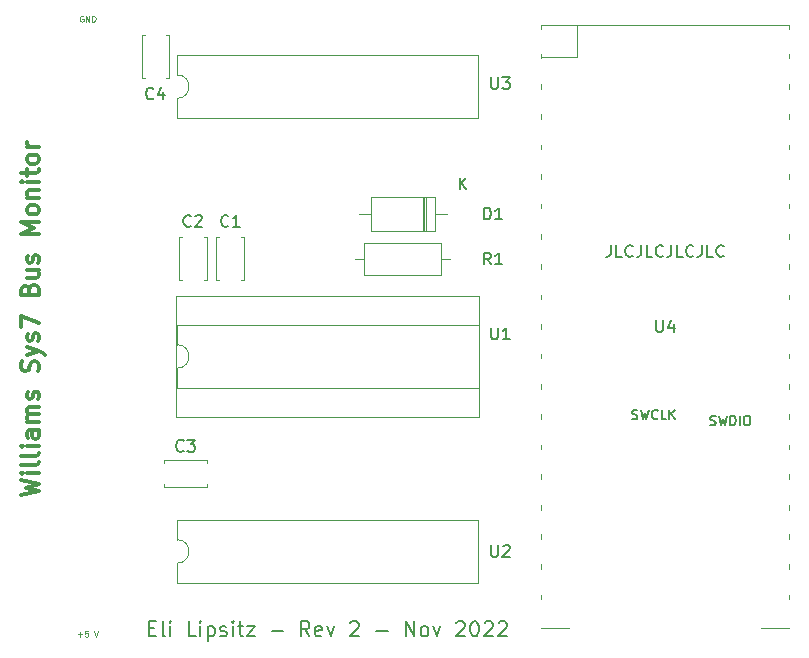
<source format=gto>
%TF.GenerationSoftware,KiCad,Pcbnew,(6.0.8-1)-1*%
%TF.CreationDate,2022-11-03T22:23:08+08:00*%
%TF.ProjectId,PCB,5043422e-6b69-4636-9164-5f7063625858,rev?*%
%TF.SameCoordinates,Original*%
%TF.FileFunction,Legend,Top*%
%TF.FilePolarity,Positive*%
%FSLAX46Y46*%
G04 Gerber Fmt 4.6, Leading zero omitted, Abs format (unit mm)*
G04 Created by KiCad (PCBNEW (6.0.8-1)-1) date 2022-11-03 22:23:08*
%MOMM*%
%LPD*%
G01*
G04 APERTURE LIST*
%ADD10C,0.150000*%
%ADD11C,0.100000*%
%ADD12C,0.200000*%
%ADD13C,0.300000*%
%ADD14C,0.120000*%
%ADD15R,2.200000X2.200000*%
%ADD16O,2.200000X2.200000*%
%ADD17O,1.500000X1.500000*%
%ADD18O,1.800000X1.800000*%
%ADD19R,3.500000X1.700000*%
%ADD20O,1.700000X1.700000*%
%ADD21R,1.700000X1.700000*%
%ADD22R,1.600000X1.600000*%
%ADD23O,1.600000X1.600000*%
%ADD24C,1.600000*%
G04 APERTURE END LIST*
D10*
X96345952Y-85812380D02*
X96345952Y-86526666D01*
X96298333Y-86669523D01*
X96203095Y-86764761D01*
X96060238Y-86812380D01*
X95965000Y-86812380D01*
X97298333Y-86812380D02*
X96822142Y-86812380D01*
X96822142Y-85812380D01*
X98203095Y-86717142D02*
X98155476Y-86764761D01*
X98012619Y-86812380D01*
X97917380Y-86812380D01*
X97774523Y-86764761D01*
X97679285Y-86669523D01*
X97631666Y-86574285D01*
X97584047Y-86383809D01*
X97584047Y-86240952D01*
X97631666Y-86050476D01*
X97679285Y-85955238D01*
X97774523Y-85860000D01*
X97917380Y-85812380D01*
X98012619Y-85812380D01*
X98155476Y-85860000D01*
X98203095Y-85907619D01*
X98917380Y-85812380D02*
X98917380Y-86526666D01*
X98869761Y-86669523D01*
X98774523Y-86764761D01*
X98631666Y-86812380D01*
X98536428Y-86812380D01*
X99869761Y-86812380D02*
X99393571Y-86812380D01*
X99393571Y-85812380D01*
X100774523Y-86717142D02*
X100726904Y-86764761D01*
X100584047Y-86812380D01*
X100488809Y-86812380D01*
X100345952Y-86764761D01*
X100250714Y-86669523D01*
X100203095Y-86574285D01*
X100155476Y-86383809D01*
X100155476Y-86240952D01*
X100203095Y-86050476D01*
X100250714Y-85955238D01*
X100345952Y-85860000D01*
X100488809Y-85812380D01*
X100584047Y-85812380D01*
X100726904Y-85860000D01*
X100774523Y-85907619D01*
X101488809Y-85812380D02*
X101488809Y-86526666D01*
X101441190Y-86669523D01*
X101345952Y-86764761D01*
X101203095Y-86812380D01*
X101107857Y-86812380D01*
X102441190Y-86812380D02*
X101965000Y-86812380D01*
X101965000Y-85812380D01*
X103345952Y-86717142D02*
X103298333Y-86764761D01*
X103155476Y-86812380D01*
X103060238Y-86812380D01*
X102917380Y-86764761D01*
X102822142Y-86669523D01*
X102774523Y-86574285D01*
X102726904Y-86383809D01*
X102726904Y-86240952D01*
X102774523Y-86050476D01*
X102822142Y-85955238D01*
X102917380Y-85860000D01*
X103060238Y-85812380D01*
X103155476Y-85812380D01*
X103298333Y-85860000D01*
X103345952Y-85907619D01*
X104060238Y-85812380D02*
X104060238Y-86526666D01*
X104012619Y-86669523D01*
X103917380Y-86764761D01*
X103774523Y-86812380D01*
X103679285Y-86812380D01*
X105012619Y-86812380D02*
X104536428Y-86812380D01*
X104536428Y-85812380D01*
X105917380Y-86717142D02*
X105869761Y-86764761D01*
X105726904Y-86812380D01*
X105631666Y-86812380D01*
X105488809Y-86764761D01*
X105393571Y-86669523D01*
X105345952Y-86574285D01*
X105298333Y-86383809D01*
X105298333Y-86240952D01*
X105345952Y-86050476D01*
X105393571Y-85955238D01*
X105488809Y-85860000D01*
X105631666Y-85812380D01*
X105726904Y-85812380D01*
X105869761Y-85860000D01*
X105917380Y-85907619D01*
D11*
X51689047Y-66425000D02*
X51641428Y-66401190D01*
X51570000Y-66401190D01*
X51498571Y-66425000D01*
X51450952Y-66472619D01*
X51427142Y-66520238D01*
X51403333Y-66615476D01*
X51403333Y-66686904D01*
X51427142Y-66782142D01*
X51450952Y-66829761D01*
X51498571Y-66877380D01*
X51570000Y-66901190D01*
X51617619Y-66901190D01*
X51689047Y-66877380D01*
X51712857Y-66853571D01*
X51712857Y-66686904D01*
X51617619Y-66686904D01*
X51927142Y-66901190D02*
X51927142Y-66401190D01*
X52212857Y-66901190D01*
X52212857Y-66401190D01*
X52450952Y-66901190D02*
X52450952Y-66401190D01*
X52570000Y-66401190D01*
X52641428Y-66425000D01*
X52689047Y-66472619D01*
X52712857Y-66520238D01*
X52736666Y-66615476D01*
X52736666Y-66686904D01*
X52712857Y-66782142D01*
X52689047Y-66829761D01*
X52641428Y-66877380D01*
X52570000Y-66901190D01*
X52450952Y-66901190D01*
X51236666Y-118780714D02*
X51617619Y-118780714D01*
X51427142Y-118971190D02*
X51427142Y-118590238D01*
X52093809Y-118471190D02*
X51855714Y-118471190D01*
X51831904Y-118709285D01*
X51855714Y-118685476D01*
X51903333Y-118661666D01*
X52022380Y-118661666D01*
X52070000Y-118685476D01*
X52093809Y-118709285D01*
X52117619Y-118756904D01*
X52117619Y-118875952D01*
X52093809Y-118923571D01*
X52070000Y-118947380D01*
X52022380Y-118971190D01*
X51903333Y-118971190D01*
X51855714Y-118947380D01*
X51831904Y-118923571D01*
X52641428Y-118471190D02*
X52808095Y-118971190D01*
X52974761Y-118471190D01*
D12*
X57270952Y-118274714D02*
X57687619Y-118274714D01*
X57866190Y-118929476D02*
X57270952Y-118929476D01*
X57270952Y-117679476D01*
X57866190Y-117679476D01*
X58580476Y-118929476D02*
X58461428Y-118869952D01*
X58401904Y-118750904D01*
X58401904Y-117679476D01*
X59056666Y-118929476D02*
X59056666Y-118096142D01*
X59056666Y-117679476D02*
X58997142Y-117739000D01*
X59056666Y-117798523D01*
X59116190Y-117739000D01*
X59056666Y-117679476D01*
X59056666Y-117798523D01*
X61199523Y-118929476D02*
X60604285Y-118929476D01*
X60604285Y-117679476D01*
X61616190Y-118929476D02*
X61616190Y-118096142D01*
X61616190Y-117679476D02*
X61556666Y-117739000D01*
X61616190Y-117798523D01*
X61675714Y-117739000D01*
X61616190Y-117679476D01*
X61616190Y-117798523D01*
X62211428Y-118096142D02*
X62211428Y-119346142D01*
X62211428Y-118155666D02*
X62330476Y-118096142D01*
X62568571Y-118096142D01*
X62687619Y-118155666D01*
X62747142Y-118215190D01*
X62806666Y-118334238D01*
X62806666Y-118691380D01*
X62747142Y-118810428D01*
X62687619Y-118869952D01*
X62568571Y-118929476D01*
X62330476Y-118929476D01*
X62211428Y-118869952D01*
X63282857Y-118869952D02*
X63401904Y-118929476D01*
X63639999Y-118929476D01*
X63759047Y-118869952D01*
X63818571Y-118750904D01*
X63818571Y-118691380D01*
X63759047Y-118572333D01*
X63639999Y-118512809D01*
X63461428Y-118512809D01*
X63342380Y-118453285D01*
X63282857Y-118334238D01*
X63282857Y-118274714D01*
X63342380Y-118155666D01*
X63461428Y-118096142D01*
X63639999Y-118096142D01*
X63759047Y-118155666D01*
X64354285Y-118929476D02*
X64354285Y-118096142D01*
X64354285Y-117679476D02*
X64294761Y-117739000D01*
X64354285Y-117798523D01*
X64413809Y-117739000D01*
X64354285Y-117679476D01*
X64354285Y-117798523D01*
X64770952Y-118096142D02*
X65247142Y-118096142D01*
X64949523Y-117679476D02*
X64949523Y-118750904D01*
X65009047Y-118869952D01*
X65128095Y-118929476D01*
X65247142Y-118929476D01*
X65544761Y-118096142D02*
X66199523Y-118096142D01*
X65544761Y-118929476D01*
X66199523Y-118929476D01*
X67628095Y-118453285D02*
X68580476Y-118453285D01*
X70842380Y-118929476D02*
X70425714Y-118334238D01*
X70128095Y-118929476D02*
X70128095Y-117679476D01*
X70604285Y-117679476D01*
X70723333Y-117739000D01*
X70782857Y-117798523D01*
X70842380Y-117917571D01*
X70842380Y-118096142D01*
X70782857Y-118215190D01*
X70723333Y-118274714D01*
X70604285Y-118334238D01*
X70128095Y-118334238D01*
X71854285Y-118869952D02*
X71735238Y-118929476D01*
X71497142Y-118929476D01*
X71378095Y-118869952D01*
X71318571Y-118750904D01*
X71318571Y-118274714D01*
X71378095Y-118155666D01*
X71497142Y-118096142D01*
X71735238Y-118096142D01*
X71854285Y-118155666D01*
X71913809Y-118274714D01*
X71913809Y-118393761D01*
X71318571Y-118512809D01*
X72330476Y-118096142D02*
X72628095Y-118929476D01*
X72925714Y-118096142D01*
X74294761Y-117798523D02*
X74354285Y-117739000D01*
X74473333Y-117679476D01*
X74770952Y-117679476D01*
X74889999Y-117739000D01*
X74949523Y-117798523D01*
X75009047Y-117917571D01*
X75009047Y-118036619D01*
X74949523Y-118215190D01*
X74235238Y-118929476D01*
X75009047Y-118929476D01*
X76497142Y-118453285D02*
X77449523Y-118453285D01*
X78997142Y-118929476D02*
X78997142Y-117679476D01*
X79711428Y-118929476D01*
X79711428Y-117679476D01*
X80485238Y-118929476D02*
X80366190Y-118869952D01*
X80306666Y-118810428D01*
X80247142Y-118691380D01*
X80247142Y-118334238D01*
X80306666Y-118215190D01*
X80366190Y-118155666D01*
X80485238Y-118096142D01*
X80663809Y-118096142D01*
X80782857Y-118155666D01*
X80842380Y-118215190D01*
X80901904Y-118334238D01*
X80901904Y-118691380D01*
X80842380Y-118810428D01*
X80782857Y-118869952D01*
X80663809Y-118929476D01*
X80485238Y-118929476D01*
X81318571Y-118096142D02*
X81616190Y-118929476D01*
X81913809Y-118096142D01*
X83282857Y-117798523D02*
X83342380Y-117739000D01*
X83461428Y-117679476D01*
X83759047Y-117679476D01*
X83878095Y-117739000D01*
X83937619Y-117798523D01*
X83997142Y-117917571D01*
X83997142Y-118036619D01*
X83937619Y-118215190D01*
X83223333Y-118929476D01*
X83997142Y-118929476D01*
X84770952Y-117679476D02*
X84889999Y-117679476D01*
X85009047Y-117739000D01*
X85068571Y-117798523D01*
X85128095Y-117917571D01*
X85187619Y-118155666D01*
X85187619Y-118453285D01*
X85128095Y-118691380D01*
X85068571Y-118810428D01*
X85009047Y-118869952D01*
X84889999Y-118929476D01*
X84770952Y-118929476D01*
X84651904Y-118869952D01*
X84592380Y-118810428D01*
X84532857Y-118691380D01*
X84473333Y-118453285D01*
X84473333Y-118155666D01*
X84532857Y-117917571D01*
X84592380Y-117798523D01*
X84651904Y-117739000D01*
X84770952Y-117679476D01*
X85663809Y-117798523D02*
X85723333Y-117739000D01*
X85842380Y-117679476D01*
X86139999Y-117679476D01*
X86259047Y-117739000D01*
X86318571Y-117798523D01*
X86378095Y-117917571D01*
X86378095Y-118036619D01*
X86318571Y-118215190D01*
X85604285Y-118929476D01*
X86378095Y-118929476D01*
X86854285Y-117798523D02*
X86913809Y-117739000D01*
X87032857Y-117679476D01*
X87330476Y-117679476D01*
X87449523Y-117739000D01*
X87509047Y-117798523D01*
X87568571Y-117917571D01*
X87568571Y-118036619D01*
X87509047Y-118215190D01*
X86794761Y-118929476D01*
X87568571Y-118929476D01*
D13*
X46422571Y-107003571D02*
X47922571Y-106646428D01*
X46851142Y-106360714D01*
X47922571Y-106075000D01*
X46422571Y-105717857D01*
X47922571Y-105146428D02*
X46922571Y-105146428D01*
X46422571Y-105146428D02*
X46494000Y-105217857D01*
X46565428Y-105146428D01*
X46494000Y-105075000D01*
X46422571Y-105146428D01*
X46565428Y-105146428D01*
X47922571Y-104217857D02*
X47851142Y-104360714D01*
X47708285Y-104432142D01*
X46422571Y-104432142D01*
X47922571Y-103432142D02*
X47851142Y-103575000D01*
X47708285Y-103646428D01*
X46422571Y-103646428D01*
X47922571Y-102860714D02*
X46922571Y-102860714D01*
X46422571Y-102860714D02*
X46494000Y-102932142D01*
X46565428Y-102860714D01*
X46494000Y-102789285D01*
X46422571Y-102860714D01*
X46565428Y-102860714D01*
X47922571Y-101503571D02*
X47136857Y-101503571D01*
X46994000Y-101575000D01*
X46922571Y-101717857D01*
X46922571Y-102003571D01*
X46994000Y-102146428D01*
X47851142Y-101503571D02*
X47922571Y-101646428D01*
X47922571Y-102003571D01*
X47851142Y-102146428D01*
X47708285Y-102217857D01*
X47565428Y-102217857D01*
X47422571Y-102146428D01*
X47351142Y-102003571D01*
X47351142Y-101646428D01*
X47279714Y-101503571D01*
X47922571Y-100789285D02*
X46922571Y-100789285D01*
X47065428Y-100789285D02*
X46994000Y-100717857D01*
X46922571Y-100575000D01*
X46922571Y-100360714D01*
X46994000Y-100217857D01*
X47136857Y-100146428D01*
X47922571Y-100146428D01*
X47136857Y-100146428D02*
X46994000Y-100075000D01*
X46922571Y-99932142D01*
X46922571Y-99717857D01*
X46994000Y-99575000D01*
X47136857Y-99503571D01*
X47922571Y-99503571D01*
X47851142Y-98860714D02*
X47922571Y-98717857D01*
X47922571Y-98432142D01*
X47851142Y-98289285D01*
X47708285Y-98217857D01*
X47636857Y-98217857D01*
X47494000Y-98289285D01*
X47422571Y-98432142D01*
X47422571Y-98646428D01*
X47351142Y-98789285D01*
X47208285Y-98860714D01*
X47136857Y-98860714D01*
X46994000Y-98789285D01*
X46922571Y-98646428D01*
X46922571Y-98432142D01*
X46994000Y-98289285D01*
X47851142Y-96503571D02*
X47922571Y-96289285D01*
X47922571Y-95932142D01*
X47851142Y-95789285D01*
X47779714Y-95717857D01*
X47636857Y-95646428D01*
X47494000Y-95646428D01*
X47351142Y-95717857D01*
X47279714Y-95789285D01*
X47208285Y-95932142D01*
X47136857Y-96217857D01*
X47065428Y-96360714D01*
X46994000Y-96432142D01*
X46851142Y-96503571D01*
X46708285Y-96503571D01*
X46565428Y-96432142D01*
X46494000Y-96360714D01*
X46422571Y-96217857D01*
X46422571Y-95860714D01*
X46494000Y-95646428D01*
X46922571Y-95146428D02*
X47922571Y-94789285D01*
X46922571Y-94432142D02*
X47922571Y-94789285D01*
X48279714Y-94932142D01*
X48351142Y-95003571D01*
X48422571Y-95146428D01*
X47851142Y-93932142D02*
X47922571Y-93789285D01*
X47922571Y-93503571D01*
X47851142Y-93360714D01*
X47708285Y-93289285D01*
X47636857Y-93289285D01*
X47494000Y-93360714D01*
X47422571Y-93503571D01*
X47422571Y-93717857D01*
X47351142Y-93860714D01*
X47208285Y-93932142D01*
X47136857Y-93932142D01*
X46994000Y-93860714D01*
X46922571Y-93717857D01*
X46922571Y-93503571D01*
X46994000Y-93360714D01*
X46422571Y-92789285D02*
X46422571Y-91789285D01*
X47922571Y-92432142D01*
X47136857Y-89575000D02*
X47208285Y-89360714D01*
X47279714Y-89289285D01*
X47422571Y-89217857D01*
X47636857Y-89217857D01*
X47779714Y-89289285D01*
X47851142Y-89360714D01*
X47922571Y-89503571D01*
X47922571Y-90075000D01*
X46422571Y-90075000D01*
X46422571Y-89575000D01*
X46494000Y-89432142D01*
X46565428Y-89360714D01*
X46708285Y-89289285D01*
X46851142Y-89289285D01*
X46994000Y-89360714D01*
X47065428Y-89432142D01*
X47136857Y-89575000D01*
X47136857Y-90075000D01*
X46922571Y-87932142D02*
X47922571Y-87932142D01*
X46922571Y-88575000D02*
X47708285Y-88575000D01*
X47851142Y-88503571D01*
X47922571Y-88360714D01*
X47922571Y-88146428D01*
X47851142Y-88003571D01*
X47779714Y-87932142D01*
X47851142Y-87289285D02*
X47922571Y-87146428D01*
X47922571Y-86860714D01*
X47851142Y-86717857D01*
X47708285Y-86646428D01*
X47636857Y-86646428D01*
X47494000Y-86717857D01*
X47422571Y-86860714D01*
X47422571Y-87075000D01*
X47351142Y-87217857D01*
X47208285Y-87289285D01*
X47136857Y-87289285D01*
X46994000Y-87217857D01*
X46922571Y-87075000D01*
X46922571Y-86860714D01*
X46994000Y-86717857D01*
X47922571Y-84860714D02*
X46422571Y-84860714D01*
X47494000Y-84360714D01*
X46422571Y-83860714D01*
X47922571Y-83860714D01*
X47922571Y-82932142D02*
X47851142Y-83075000D01*
X47779714Y-83146428D01*
X47636857Y-83217857D01*
X47208285Y-83217857D01*
X47065428Y-83146428D01*
X46994000Y-83075000D01*
X46922571Y-82932142D01*
X46922571Y-82717857D01*
X46994000Y-82575000D01*
X47065428Y-82503571D01*
X47208285Y-82432142D01*
X47636857Y-82432142D01*
X47779714Y-82503571D01*
X47851142Y-82575000D01*
X47922571Y-82717857D01*
X47922571Y-82932142D01*
X46922571Y-81789285D02*
X47922571Y-81789285D01*
X47065428Y-81789285D02*
X46994000Y-81717857D01*
X46922571Y-81575000D01*
X46922571Y-81360714D01*
X46994000Y-81217857D01*
X47136857Y-81146428D01*
X47922571Y-81146428D01*
X47922571Y-80432142D02*
X46922571Y-80432142D01*
X46422571Y-80432142D02*
X46494000Y-80503571D01*
X46565428Y-80432142D01*
X46494000Y-80360714D01*
X46422571Y-80432142D01*
X46565428Y-80432142D01*
X46922571Y-79932142D02*
X46922571Y-79360714D01*
X46422571Y-79717857D02*
X47708285Y-79717857D01*
X47851142Y-79646428D01*
X47922571Y-79503571D01*
X47922571Y-79360714D01*
X47922571Y-78646428D02*
X47851142Y-78789285D01*
X47779714Y-78860714D01*
X47636857Y-78932142D01*
X47208285Y-78932142D01*
X47065428Y-78860714D01*
X46994000Y-78789285D01*
X46922571Y-78646428D01*
X46922571Y-78432142D01*
X46994000Y-78289285D01*
X47065428Y-78217857D01*
X47208285Y-78146428D01*
X47636857Y-78146428D01*
X47779714Y-78217857D01*
X47851142Y-78289285D01*
X47922571Y-78432142D01*
X47922571Y-78646428D01*
X47922571Y-77503571D02*
X46922571Y-77503571D01*
X47208285Y-77503571D02*
X47065428Y-77432142D01*
X46994000Y-77360714D01*
X46922571Y-77217857D01*
X46922571Y-77075000D01*
D10*
X85621904Y-83637380D02*
X85621904Y-82637380D01*
X85860000Y-82637380D01*
X86002857Y-82685000D01*
X86098095Y-82780238D01*
X86145714Y-82875476D01*
X86193333Y-83065952D01*
X86193333Y-83208809D01*
X86145714Y-83399285D01*
X86098095Y-83494523D01*
X86002857Y-83589761D01*
X85860000Y-83637380D01*
X85621904Y-83637380D01*
X87145714Y-83637380D02*
X86574285Y-83637380D01*
X86860000Y-83637380D02*
X86860000Y-82637380D01*
X86764761Y-82780238D01*
X86669523Y-82875476D01*
X86574285Y-82923095D01*
X83558095Y-81097380D02*
X83558095Y-80097380D01*
X84129523Y-81097380D02*
X83700952Y-80525952D01*
X84129523Y-80097380D02*
X83558095Y-80668809D01*
X100203095Y-92162380D02*
X100203095Y-92971904D01*
X100250714Y-93067142D01*
X100298333Y-93114761D01*
X100393571Y-93162380D01*
X100584047Y-93162380D01*
X100679285Y-93114761D01*
X100726904Y-93067142D01*
X100774523Y-92971904D01*
X100774523Y-92162380D01*
X101679285Y-92495714D02*
X101679285Y-93162380D01*
X101441190Y-92114761D02*
X101203095Y-92829047D01*
X101822142Y-92829047D01*
X98155476Y-100533809D02*
X98269761Y-100571904D01*
X98460238Y-100571904D01*
X98536428Y-100533809D01*
X98574523Y-100495714D01*
X98612619Y-100419523D01*
X98612619Y-100343333D01*
X98574523Y-100267142D01*
X98536428Y-100229047D01*
X98460238Y-100190952D01*
X98307857Y-100152857D01*
X98231666Y-100114761D01*
X98193571Y-100076666D01*
X98155476Y-100000476D01*
X98155476Y-99924285D01*
X98193571Y-99848095D01*
X98231666Y-99810000D01*
X98307857Y-99771904D01*
X98498333Y-99771904D01*
X98612619Y-99810000D01*
X98879285Y-99771904D02*
X99069761Y-100571904D01*
X99222142Y-100000476D01*
X99374523Y-100571904D01*
X99565000Y-99771904D01*
X100326904Y-100495714D02*
X100288809Y-100533809D01*
X100174523Y-100571904D01*
X100098333Y-100571904D01*
X99984047Y-100533809D01*
X99907857Y-100457619D01*
X99869761Y-100381428D01*
X99831666Y-100229047D01*
X99831666Y-100114761D01*
X99869761Y-99962380D01*
X99907857Y-99886190D01*
X99984047Y-99810000D01*
X100098333Y-99771904D01*
X100174523Y-99771904D01*
X100288809Y-99810000D01*
X100326904Y-99848095D01*
X101050714Y-100571904D02*
X100669761Y-100571904D01*
X100669761Y-99771904D01*
X101317380Y-100571904D02*
X101317380Y-99771904D01*
X101774523Y-100571904D02*
X101431666Y-100114761D01*
X101774523Y-99771904D02*
X101317380Y-100229047D01*
X104769761Y-101033809D02*
X104884047Y-101071904D01*
X105074523Y-101071904D01*
X105150714Y-101033809D01*
X105188809Y-100995714D01*
X105226904Y-100919523D01*
X105226904Y-100843333D01*
X105188809Y-100767142D01*
X105150714Y-100729047D01*
X105074523Y-100690952D01*
X104922142Y-100652857D01*
X104845952Y-100614761D01*
X104807857Y-100576666D01*
X104769761Y-100500476D01*
X104769761Y-100424285D01*
X104807857Y-100348095D01*
X104845952Y-100310000D01*
X104922142Y-100271904D01*
X105112619Y-100271904D01*
X105226904Y-100310000D01*
X105493571Y-100271904D02*
X105684047Y-101071904D01*
X105836428Y-100500476D01*
X105988809Y-101071904D01*
X106179285Y-100271904D01*
X106484047Y-101071904D02*
X106484047Y-100271904D01*
X106674523Y-100271904D01*
X106788809Y-100310000D01*
X106865000Y-100386190D01*
X106903095Y-100462380D01*
X106941190Y-100614761D01*
X106941190Y-100729047D01*
X106903095Y-100881428D01*
X106865000Y-100957619D01*
X106788809Y-101033809D01*
X106674523Y-101071904D01*
X106484047Y-101071904D01*
X107284047Y-101071904D02*
X107284047Y-100271904D01*
X107817380Y-100271904D02*
X107969761Y-100271904D01*
X108045952Y-100310000D01*
X108122142Y-100386190D01*
X108160238Y-100538571D01*
X108160238Y-100805238D01*
X108122142Y-100957619D01*
X108045952Y-101033809D01*
X107969761Y-101071904D01*
X107817380Y-101071904D01*
X107741190Y-101033809D01*
X107665000Y-100957619D01*
X107626904Y-100805238D01*
X107626904Y-100538571D01*
X107665000Y-100386190D01*
X107741190Y-100310000D01*
X107817380Y-100271904D01*
X86233095Y-111202380D02*
X86233095Y-112011904D01*
X86280714Y-112107142D01*
X86328333Y-112154761D01*
X86423571Y-112202380D01*
X86614047Y-112202380D01*
X86709285Y-112154761D01*
X86756904Y-112107142D01*
X86804523Y-112011904D01*
X86804523Y-111202380D01*
X87233095Y-111297619D02*
X87280714Y-111250000D01*
X87375952Y-111202380D01*
X87614047Y-111202380D01*
X87709285Y-111250000D01*
X87756904Y-111297619D01*
X87804523Y-111392857D01*
X87804523Y-111488095D01*
X87756904Y-111630952D01*
X87185476Y-112202380D01*
X87804523Y-112202380D01*
X86233095Y-71588380D02*
X86233095Y-72397904D01*
X86280714Y-72493142D01*
X86328333Y-72540761D01*
X86423571Y-72588380D01*
X86614047Y-72588380D01*
X86709285Y-72540761D01*
X86756904Y-72493142D01*
X86804523Y-72397904D01*
X86804523Y-71588380D01*
X87185476Y-71588380D02*
X87804523Y-71588380D01*
X87471190Y-71969333D01*
X87614047Y-71969333D01*
X87709285Y-72016952D01*
X87756904Y-72064571D01*
X87804523Y-72159809D01*
X87804523Y-72397904D01*
X87756904Y-72493142D01*
X87709285Y-72540761D01*
X87614047Y-72588380D01*
X87328333Y-72588380D01*
X87233095Y-72540761D01*
X87185476Y-72493142D01*
X57618333Y-73382142D02*
X57570714Y-73429761D01*
X57427857Y-73477380D01*
X57332619Y-73477380D01*
X57189761Y-73429761D01*
X57094523Y-73334523D01*
X57046904Y-73239285D01*
X56999285Y-73048809D01*
X56999285Y-72905952D01*
X57046904Y-72715476D01*
X57094523Y-72620238D01*
X57189761Y-72525000D01*
X57332619Y-72477380D01*
X57427857Y-72477380D01*
X57570714Y-72525000D01*
X57618333Y-72572619D01*
X58475476Y-72810714D02*
X58475476Y-73477380D01*
X58237380Y-72429761D02*
X57999285Y-73144047D01*
X58618333Y-73144047D01*
X60793333Y-84177142D02*
X60745714Y-84224761D01*
X60602857Y-84272380D01*
X60507619Y-84272380D01*
X60364761Y-84224761D01*
X60269523Y-84129523D01*
X60221904Y-84034285D01*
X60174285Y-83843809D01*
X60174285Y-83700952D01*
X60221904Y-83510476D01*
X60269523Y-83415238D01*
X60364761Y-83320000D01*
X60507619Y-83272380D01*
X60602857Y-83272380D01*
X60745714Y-83320000D01*
X60793333Y-83367619D01*
X61174285Y-83367619D02*
X61221904Y-83320000D01*
X61317142Y-83272380D01*
X61555238Y-83272380D01*
X61650476Y-83320000D01*
X61698095Y-83367619D01*
X61745714Y-83462857D01*
X61745714Y-83558095D01*
X61698095Y-83700952D01*
X61126666Y-84272380D01*
X61745714Y-84272380D01*
X60178333Y-103213142D02*
X60130714Y-103260761D01*
X59987857Y-103308380D01*
X59892619Y-103308380D01*
X59749761Y-103260761D01*
X59654523Y-103165523D01*
X59606904Y-103070285D01*
X59559285Y-102879809D01*
X59559285Y-102736952D01*
X59606904Y-102546476D01*
X59654523Y-102451238D01*
X59749761Y-102356000D01*
X59892619Y-102308380D01*
X59987857Y-102308380D01*
X60130714Y-102356000D01*
X60178333Y-102403619D01*
X60511666Y-102308380D02*
X61130714Y-102308380D01*
X60797380Y-102689333D01*
X60940238Y-102689333D01*
X61035476Y-102736952D01*
X61083095Y-102784571D01*
X61130714Y-102879809D01*
X61130714Y-103117904D01*
X61083095Y-103213142D01*
X61035476Y-103260761D01*
X60940238Y-103308380D01*
X60654523Y-103308380D01*
X60559285Y-103260761D01*
X60511666Y-103213142D01*
X86193333Y-87447380D02*
X85860000Y-86971190D01*
X85621904Y-87447380D02*
X85621904Y-86447380D01*
X86002857Y-86447380D01*
X86098095Y-86495000D01*
X86145714Y-86542619D01*
X86193333Y-86637857D01*
X86193333Y-86780714D01*
X86145714Y-86875952D01*
X86098095Y-86923571D01*
X86002857Y-86971190D01*
X85621904Y-86971190D01*
X87145714Y-87447380D02*
X86574285Y-87447380D01*
X86860000Y-87447380D02*
X86860000Y-86447380D01*
X86764761Y-86590238D01*
X86669523Y-86685476D01*
X86574285Y-86733095D01*
X86233095Y-92797380D02*
X86233095Y-93606904D01*
X86280714Y-93702142D01*
X86328333Y-93749761D01*
X86423571Y-93797380D01*
X86614047Y-93797380D01*
X86709285Y-93749761D01*
X86756904Y-93702142D01*
X86804523Y-93606904D01*
X86804523Y-92797380D01*
X87804523Y-93797380D02*
X87233095Y-93797380D01*
X87518809Y-93797380D02*
X87518809Y-92797380D01*
X87423571Y-92940238D01*
X87328333Y-93035476D01*
X87233095Y-93083095D01*
X63968333Y-84177142D02*
X63920714Y-84224761D01*
X63777857Y-84272380D01*
X63682619Y-84272380D01*
X63539761Y-84224761D01*
X63444523Y-84129523D01*
X63396904Y-84034285D01*
X63349285Y-83843809D01*
X63349285Y-83700952D01*
X63396904Y-83510476D01*
X63444523Y-83415238D01*
X63539761Y-83320000D01*
X63682619Y-83272380D01*
X63777857Y-83272380D01*
X63920714Y-83320000D01*
X63968333Y-83367619D01*
X64920714Y-84272380D02*
X64349285Y-84272380D01*
X64635000Y-84272380D02*
X64635000Y-83272380D01*
X64539761Y-83415238D01*
X64444523Y-83510476D01*
X64349285Y-83558095D01*
D14*
X80560000Y-84655000D02*
X80560000Y-81715000D01*
X80440000Y-84655000D02*
X80440000Y-81715000D01*
X81460000Y-81715000D02*
X76020000Y-81715000D01*
X75000000Y-83185000D02*
X76020000Y-83185000D01*
X81460000Y-84655000D02*
X81460000Y-81715000D01*
X80680000Y-84655000D02*
X80680000Y-81715000D01*
X76020000Y-81715000D02*
X76020000Y-84655000D01*
X82480000Y-83185000D02*
X81460000Y-83185000D01*
X76020000Y-84655000D02*
X81460000Y-84655000D01*
X111465000Y-67210000D02*
X111465000Y-67510000D01*
X90465000Y-95010000D02*
X90465000Y-95410000D01*
X90465000Y-72210000D02*
X90465000Y-72610000D01*
X111465000Y-92510000D02*
X111465000Y-92910000D01*
X90465000Y-107810000D02*
X90465000Y-108210000D01*
X90465000Y-77310000D02*
X90465000Y-77710000D01*
X90465000Y-97610000D02*
X90465000Y-98010000D01*
X90465000Y-82310000D02*
X90465000Y-82710000D01*
X111465000Y-72210000D02*
X111465000Y-72610000D01*
X90465000Y-105210000D02*
X90465000Y-105610000D01*
X111465000Y-112810000D02*
X111465000Y-113210000D01*
X90465000Y-69877000D02*
X93472000Y-69877000D01*
X111465000Y-74710000D02*
X111465000Y-75110000D01*
X111465000Y-90010000D02*
X111465000Y-90410000D01*
X90465000Y-84910000D02*
X90465000Y-85310000D01*
X111465000Y-87410000D02*
X111465000Y-87810000D01*
X90465000Y-87410000D02*
X90465000Y-87810000D01*
X90465000Y-100110000D02*
X90465000Y-100510000D01*
X90465000Y-102710000D02*
X90465000Y-103110000D01*
X111465000Y-105210000D02*
X111465000Y-105610000D01*
X111465000Y-115410000D02*
X111465000Y-115810000D01*
X111465000Y-102710000D02*
X111465000Y-103110000D01*
X111465000Y-95010000D02*
X111465000Y-95410000D01*
X111465000Y-97610000D02*
X111465000Y-98010000D01*
X90465000Y-115410000D02*
X90465000Y-115810000D01*
X111465000Y-77310000D02*
X111465000Y-77710000D01*
X111465000Y-118210000D02*
X109093000Y-118210000D01*
X93472000Y-69877000D02*
X93472000Y-67210000D01*
X111465000Y-84910000D02*
X111465000Y-85310000D01*
X90465000Y-67210000D02*
X111465000Y-67210000D01*
X111465000Y-100110000D02*
X111465000Y-100510000D01*
X92837000Y-118210000D02*
X90465000Y-118210000D01*
X111465000Y-82310000D02*
X111465000Y-82710000D01*
X111465000Y-69610000D02*
X111465000Y-70010000D01*
X90465000Y-92510000D02*
X90465000Y-92910000D01*
X90465000Y-90010000D02*
X90465000Y-90410000D01*
X111465000Y-107810000D02*
X111465000Y-108210000D01*
X90465000Y-79810000D02*
X90465000Y-80210000D01*
X111465000Y-79810000D02*
X111465000Y-80210000D01*
X111465000Y-110310000D02*
X111465000Y-110710000D01*
X90465000Y-67210000D02*
X90465000Y-67510000D01*
X90465000Y-112810000D02*
X90465000Y-113210000D01*
X90465000Y-74710000D02*
X90465000Y-75110000D01*
X90465000Y-110310000D02*
X90465000Y-110710000D01*
X90465000Y-69610000D02*
X90465000Y-70010000D01*
X85150000Y-114400000D02*
X85150000Y-109100000D01*
X59630000Y-114400000D02*
X85150000Y-114400000D01*
X85150000Y-109100000D02*
X59630000Y-109100000D01*
X59630000Y-109100000D02*
X59630000Y-110750000D01*
X59630000Y-112750000D02*
X59630000Y-114400000D01*
X59630000Y-112750000D02*
G75*
G03*
X59630000Y-110750000I0J1000000D01*
G01*
X85150000Y-69740000D02*
X59630000Y-69740000D01*
X59630000Y-75040000D02*
X85150000Y-75040000D01*
X85150000Y-75040000D02*
X85150000Y-69740000D01*
X59630000Y-73390000D02*
X59630000Y-75040000D01*
X59630000Y-69740000D02*
X59630000Y-71390000D01*
X59630000Y-73390000D02*
G75*
G03*
X59630000Y-71390000I0J1000000D01*
G01*
X56875000Y-68010000D02*
X56630000Y-68010000D01*
X58970000Y-71650000D02*
X58725000Y-71650000D01*
X56875000Y-71650000D02*
X56630000Y-71650000D01*
X58970000Y-68010000D02*
X58725000Y-68010000D01*
X56630000Y-68010000D02*
X56630000Y-71650000D01*
X58970000Y-68010000D02*
X58970000Y-71650000D01*
X61885000Y-85155000D02*
X62130000Y-85155000D01*
X62130000Y-88795000D02*
X62130000Y-85155000D01*
X61885000Y-88795000D02*
X62130000Y-88795000D01*
X59790000Y-85155000D02*
X60035000Y-85155000D01*
X59790000Y-88795000D02*
X60035000Y-88795000D01*
X59790000Y-88795000D02*
X59790000Y-85155000D01*
X62165000Y-103986000D02*
X62165000Y-104231000D01*
X58525000Y-103986000D02*
X62165000Y-103986000D01*
X58525000Y-106326000D02*
X62165000Y-106326000D01*
X58525000Y-103986000D02*
X58525000Y-104231000D01*
X58525000Y-106081000D02*
X58525000Y-106326000D01*
X62165000Y-106081000D02*
X62165000Y-106326000D01*
X82010000Y-88365000D02*
X82010000Y-85625000D01*
X74700000Y-86995000D02*
X75470000Y-86995000D01*
X75470000Y-88365000D02*
X82010000Y-88365000D01*
X82780000Y-86995000D02*
X82010000Y-86995000D01*
X82010000Y-85625000D02*
X75470000Y-85625000D01*
X75470000Y-85625000D02*
X75470000Y-88365000D01*
X59635000Y-97890000D02*
X85155000Y-97890000D01*
X85155000Y-97890000D02*
X85155000Y-92590000D01*
X59575000Y-90100000D02*
X59575000Y-100380000D01*
X59635000Y-92590000D02*
X59635000Y-94240000D01*
X59575000Y-100380000D02*
X85215000Y-100380000D01*
X85155000Y-92590000D02*
X59635000Y-92590000D01*
X59635000Y-96240000D02*
X59635000Y-97890000D01*
X85215000Y-90100000D02*
X59575000Y-90100000D01*
X85215000Y-100380000D02*
X85215000Y-90100000D01*
X59635000Y-96240000D02*
G75*
G03*
X59635000Y-94240000I0J1000000D01*
G01*
X65305000Y-88795000D02*
X65305000Y-85155000D01*
X62965000Y-88795000D02*
X62965000Y-85155000D01*
X65060000Y-85155000D02*
X65305000Y-85155000D01*
X62965000Y-88795000D02*
X63210000Y-88795000D01*
X65060000Y-88795000D02*
X65305000Y-88795000D01*
X62965000Y-85155000D02*
X63210000Y-85155000D01*
%LPC*%
D15*
X83820000Y-83185000D03*
D16*
X73660000Y-83185000D03*
D17*
X103390000Y-71740000D03*
D18*
X103690000Y-68710000D03*
D17*
X98540000Y-71740000D03*
D18*
X98240000Y-68710000D03*
D19*
X91175000Y-68580000D03*
D20*
X92075000Y-68580000D03*
X92075000Y-71120000D03*
D19*
X91175000Y-71120000D03*
X91175000Y-73660000D03*
D21*
X92075000Y-73660000D03*
D20*
X92075000Y-76200000D03*
D19*
X91175000Y-76200000D03*
D20*
X92075000Y-78740000D03*
D19*
X91175000Y-78740000D03*
X91175000Y-81280000D03*
D20*
X92075000Y-81280000D03*
X92075000Y-83820000D03*
D19*
X91175000Y-83820000D03*
D21*
X92075000Y-86360000D03*
D19*
X91175000Y-86360000D03*
X91175000Y-88900000D03*
D20*
X92075000Y-88900000D03*
D19*
X91175000Y-91440000D03*
D20*
X92075000Y-91440000D03*
D19*
X91175000Y-93980000D03*
D20*
X92075000Y-93980000D03*
D19*
X91175000Y-96520000D03*
D20*
X92075000Y-96520000D03*
D19*
X91175000Y-99060000D03*
D21*
X92075000Y-99060000D03*
D19*
X91175000Y-101600000D03*
D20*
X92075000Y-101600000D03*
X92075000Y-104140000D03*
D19*
X91175000Y-104140000D03*
D20*
X92075000Y-106680000D03*
D19*
X91175000Y-106680000D03*
X91175000Y-109220000D03*
D20*
X92075000Y-109220000D03*
D19*
X91175000Y-111760000D03*
D21*
X92075000Y-111760000D03*
D19*
X91175000Y-114300000D03*
D20*
X92075000Y-114300000D03*
D19*
X91175000Y-116840000D03*
D20*
X92075000Y-116840000D03*
D19*
X110755000Y-116840000D03*
D20*
X109855000Y-116840000D03*
D19*
X110755000Y-114300000D03*
D20*
X109855000Y-114300000D03*
D19*
X110755000Y-111760000D03*
D21*
X109855000Y-111760000D03*
D20*
X109855000Y-109220000D03*
D19*
X110755000Y-109220000D03*
D20*
X109855000Y-106680000D03*
D19*
X110755000Y-106680000D03*
D20*
X109855000Y-104140000D03*
D19*
X110755000Y-104140000D03*
X110755000Y-101600000D03*
D20*
X109855000Y-101600000D03*
D21*
X109855000Y-99060000D03*
D19*
X110755000Y-99060000D03*
X110755000Y-96520000D03*
D20*
X109855000Y-96520000D03*
D19*
X110755000Y-93980000D03*
D20*
X109855000Y-93980000D03*
X109855000Y-91440000D03*
D19*
X110755000Y-91440000D03*
D20*
X109855000Y-88900000D03*
D19*
X110755000Y-88900000D03*
D21*
X109855000Y-86360000D03*
D19*
X110755000Y-86360000D03*
X110755000Y-83820000D03*
D20*
X109855000Y-83820000D03*
D19*
X110755000Y-81280000D03*
D20*
X109855000Y-81280000D03*
X109855000Y-78740000D03*
D19*
X110755000Y-78740000D03*
X110755000Y-76200000D03*
D20*
X109855000Y-76200000D03*
D21*
X109855000Y-73660000D03*
D19*
X110755000Y-73660000D03*
X110755000Y-71120000D03*
D20*
X109855000Y-71120000D03*
D19*
X110755000Y-68580000D03*
D20*
X109855000Y-68580000D03*
X101549100Y-98310000D03*
D21*
X104089100Y-98310000D03*
D20*
X106629100Y-98310000D03*
D22*
X60960000Y-115560000D03*
D23*
X63500000Y-115560000D03*
X66040000Y-115560000D03*
X68580000Y-115560000D03*
X71120000Y-115560000D03*
X73660000Y-115560000D03*
X76200000Y-115560000D03*
X78740000Y-115560000D03*
X81280000Y-115560000D03*
X83820000Y-115560000D03*
X83820000Y-107940000D03*
X81280000Y-107940000D03*
X78740000Y-107940000D03*
X76200000Y-107940000D03*
X73660000Y-107940000D03*
X71120000Y-107940000D03*
X68580000Y-107940000D03*
X66040000Y-107940000D03*
X63500000Y-107940000D03*
X60960000Y-107940000D03*
D22*
X60960000Y-76200000D03*
D23*
X63500000Y-76200000D03*
X66040000Y-76200000D03*
X68580000Y-76200000D03*
X71120000Y-76200000D03*
X73660000Y-76200000D03*
X76200000Y-76200000D03*
X78740000Y-76200000D03*
X81280000Y-76200000D03*
X83820000Y-76200000D03*
X83820000Y-68580000D03*
X81280000Y-68580000D03*
X78740000Y-68580000D03*
X76200000Y-68580000D03*
X73660000Y-68580000D03*
X71120000Y-68580000D03*
X68580000Y-68580000D03*
X66040000Y-68580000D03*
X63500000Y-68580000D03*
X60960000Y-68580000D03*
D24*
X57800000Y-68580000D03*
X57800000Y-71080000D03*
X60960000Y-88225000D03*
X60960000Y-85725000D03*
X59095000Y-105156000D03*
X61595000Y-105156000D03*
X83820000Y-86995000D03*
D23*
X73660000Y-86995000D03*
D22*
X60965000Y-99050000D03*
D23*
X63505000Y-99050000D03*
X66045000Y-99050000D03*
X68585000Y-99050000D03*
X71125000Y-99050000D03*
X73665000Y-99050000D03*
X76205000Y-99050000D03*
X78745000Y-99050000D03*
X81285000Y-99050000D03*
X83825000Y-99050000D03*
X83825000Y-91430000D03*
X81285000Y-91430000D03*
X78745000Y-91430000D03*
X76205000Y-91430000D03*
X73665000Y-91430000D03*
X71125000Y-91430000D03*
X68585000Y-91430000D03*
X66045000Y-91430000D03*
X63505000Y-91430000D03*
X60965000Y-91430000D03*
D24*
X64135000Y-88225000D03*
X64135000Y-85725000D03*
D21*
X53340000Y-116840000D03*
D20*
X50800000Y-116840000D03*
X53340000Y-114300000D03*
X50800000Y-114300000D03*
X53340000Y-111760000D03*
X50800000Y-111760000D03*
X53340000Y-109220000D03*
X50800000Y-109220000D03*
X53340000Y-106680000D03*
X50800000Y-106680000D03*
X53340000Y-104140000D03*
X50800000Y-104140000D03*
X53340000Y-101600000D03*
X50800000Y-101600000D03*
X53340000Y-99060000D03*
X50800000Y-99060000D03*
X53340000Y-96520000D03*
X50800000Y-96520000D03*
X53340000Y-93980000D03*
X50800000Y-93980000D03*
X53340000Y-91440000D03*
X50800000Y-91440000D03*
X53340000Y-88900000D03*
X50800000Y-88900000D03*
X53340000Y-86360000D03*
X50800000Y-86360000D03*
X53340000Y-83820000D03*
X50800000Y-83820000D03*
X53340000Y-81280000D03*
X50800000Y-81280000D03*
X53340000Y-78740000D03*
X50800000Y-78740000D03*
X53340000Y-76200000D03*
X50800000Y-76200000D03*
X53340000Y-73660000D03*
X50800000Y-73660000D03*
X53340000Y-71120000D03*
X50800000Y-71120000D03*
X53340000Y-68580000D03*
X50800000Y-68580000D03*
M02*

</source>
